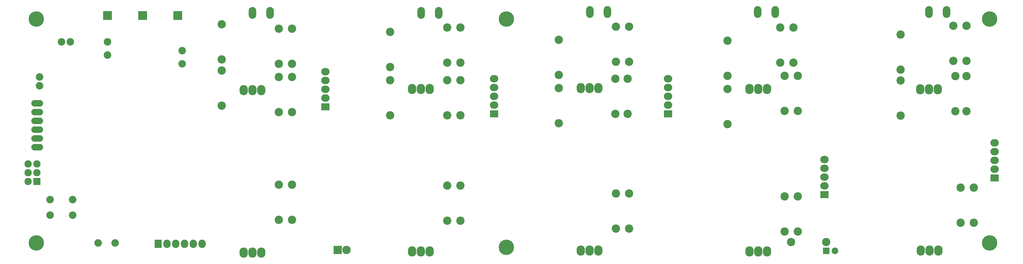
<source format=gbs>
G04 #@! TF.FileFunction,Soldermask,Bot*
%FSLAX46Y46*%
G04 Gerber Fmt 4.6, Leading zero omitted, Abs format (unit mm)*
G04 Created by KiCad (PCBNEW (2015-08-28 BZR 6132)-product) date Tuesday, October 27, 2015 'PMt' 02:37:42 PM*
%MOMM*%
G01*
G04 APERTURE LIST*
%ADD10C,0.100000*%
%ADD11C,2.178000*%
%ADD12R,2.127200X2.127200*%
%ADD13O,2.127200X2.127200*%
%ADD14O,3.414980X1.906220*%
%ADD15R,2.635200X2.635200*%
%ADD16R,2.432000X2.127200*%
%ADD17O,2.432000X2.127200*%
%ADD18R,2.127200X2.432000*%
%ADD19O,2.127200X2.432000*%
%ADD20R,2.432000X2.432000*%
%ADD21O,2.432000X2.432000*%
%ADD22C,2.398980*%
%ADD23C,4.464000*%
%ADD24O,2.432000X2.940000*%
%ADD25R,1.924000X1.924000*%
%ADD26C,1.924000*%
%ADD27O,2.178000X3.414980*%
G04 APERTURE END LIST*
D10*
D11*
X17399000Y-44704000D03*
X17399000Y-47244000D03*
X26289000Y-34544000D03*
X23749000Y-34544000D03*
D12*
X16637000Y-74930000D03*
D13*
X14097000Y-74930000D03*
X16637000Y-72390000D03*
X14097000Y-72390000D03*
X16637000Y-69850000D03*
X14097000Y-69850000D03*
D14*
X16764000Y-65024000D03*
X16764000Y-62484000D03*
X16764000Y-59944000D03*
X16764000Y-57404000D03*
X16764000Y-54864000D03*
X16764000Y-52324000D03*
D15*
X57404000Y-26924000D03*
D16*
X100076000Y-53340000D03*
D17*
X100076000Y-50800000D03*
X100076000Y-48260000D03*
X100076000Y-45720000D03*
X100076000Y-43180000D03*
D16*
X199136000Y-55372000D03*
D17*
X199136000Y-52832000D03*
X199136000Y-50292000D03*
X199136000Y-47752000D03*
X199136000Y-45212000D03*
D16*
X293497000Y-73914000D03*
D17*
X293497000Y-71374000D03*
X293497000Y-68834000D03*
X293497000Y-66294000D03*
X293497000Y-63754000D03*
D16*
X148844000Y-55372000D03*
D17*
X148844000Y-52832000D03*
X148844000Y-50292000D03*
X148844000Y-47752000D03*
X148844000Y-45212000D03*
D16*
X244348000Y-78740000D03*
D17*
X244348000Y-76200000D03*
X244348000Y-73660000D03*
X244348000Y-71120000D03*
X244348000Y-68580000D03*
D15*
X37084000Y-26924000D03*
X47244000Y-26924000D03*
D18*
X51689000Y-92964000D03*
D19*
X54229000Y-92964000D03*
X56769000Y-92964000D03*
X59309000Y-92964000D03*
X61849000Y-92964000D03*
X64389000Y-92964000D03*
D20*
X103632000Y-94742000D03*
D21*
X106172000Y-94742000D03*
D11*
X37084000Y-34544000D03*
X37084000Y-38354000D03*
X58674000Y-40894000D03*
X58674000Y-37084000D03*
D22*
X90424000Y-54864000D03*
X90424000Y-44704000D03*
X86614000Y-40894000D03*
X86614000Y-30734000D03*
X86614000Y-85979000D03*
X86614000Y-75819000D03*
X90424000Y-75819000D03*
X90424000Y-85979000D03*
X86614000Y-44704000D03*
X86614000Y-54864000D03*
X70104000Y-42799000D03*
X70104000Y-52959000D03*
X139065000Y-55753000D03*
X139065000Y-45593000D03*
X135255000Y-40513000D03*
X135255000Y-30353000D03*
X139065000Y-86233000D03*
X139065000Y-76073000D03*
X135255000Y-76073000D03*
X135255000Y-86233000D03*
X135255000Y-45593000D03*
X135255000Y-55753000D03*
X139065000Y-40513000D03*
X139065000Y-30353000D03*
X118745000Y-31623000D03*
X118745000Y-41783000D03*
X118745000Y-45593000D03*
X118745000Y-55753000D03*
X187452000Y-55372000D03*
X187452000Y-45212000D03*
X184023000Y-40259000D03*
X184023000Y-30099000D03*
X184023000Y-88519000D03*
X184023000Y-78359000D03*
X187833000Y-78359000D03*
X187833000Y-88519000D03*
X183896000Y-45212000D03*
X183896000Y-55372000D03*
X167513000Y-33909000D03*
X167513000Y-44069000D03*
X167513000Y-47879000D03*
X167513000Y-58039000D03*
X236601000Y-54483000D03*
X236601000Y-44323000D03*
X231521000Y-40513000D03*
X231521000Y-30353000D03*
X232791000Y-89408000D03*
X232791000Y-79248000D03*
X236601000Y-79248000D03*
X236601000Y-89408000D03*
X232791000Y-44323000D03*
X232791000Y-54483000D03*
X235331000Y-40513000D03*
X235331000Y-30353000D03*
X216281000Y-34163000D03*
X216281000Y-44323000D03*
X216281000Y-48133000D03*
X216281000Y-58293000D03*
X285369000Y-54610000D03*
X285369000Y-44450000D03*
X281559000Y-40005000D03*
X281559000Y-29845000D03*
X283718000Y-86868000D03*
X283718000Y-76708000D03*
X287528000Y-76708000D03*
X287528000Y-86868000D03*
X282194000Y-44450000D03*
X282194000Y-54610000D03*
X285369000Y-40005000D03*
X285369000Y-29845000D03*
X266319000Y-32385000D03*
X266319000Y-42545000D03*
X266319000Y-45720000D03*
X266319000Y-55880000D03*
X70104000Y-29464000D03*
X70104000Y-39624000D03*
X90424000Y-40894000D03*
X90424000Y-30734000D03*
D23*
X16510000Y-27940000D03*
X16510000Y-92710000D03*
X292100000Y-92710000D03*
X292100000Y-27940000D03*
X152400000Y-93980000D03*
X152400000Y-27940000D03*
D22*
X187833000Y-40259000D03*
X187833000Y-30099000D03*
D11*
X34389060Y-92710000D03*
X39270940Y-92710000D03*
X20499000Y-84673000D03*
X20499000Y-80173000D03*
X26999000Y-84673000D03*
X26999000Y-80173000D03*
D24*
X127635000Y-95123000D03*
X125095000Y-95123000D03*
X130175000Y-95123000D03*
X127635000Y-48133000D03*
X130175000Y-48133000D03*
X125095000Y-48133000D03*
X78994000Y-95504000D03*
X76454000Y-95504000D03*
X81534000Y-95504000D03*
X78994000Y-48514000D03*
X81534000Y-48514000D03*
X76454000Y-48514000D03*
X176403000Y-47879000D03*
X178943000Y-47879000D03*
X173863000Y-47879000D03*
X176403000Y-94869000D03*
X173863000Y-94869000D03*
X178943000Y-94869000D03*
X225171000Y-48133000D03*
X227711000Y-48133000D03*
X222631000Y-48133000D03*
X225171000Y-95123000D03*
X222631000Y-95123000D03*
X227711000Y-95123000D03*
X274574000Y-48260000D03*
X277114000Y-48260000D03*
X272034000Y-48260000D03*
X274701000Y-94869000D03*
X272161000Y-94869000D03*
X277241000Y-94869000D03*
D25*
X244856000Y-94996000D03*
D26*
X247356000Y-94996000D03*
D22*
X244856000Y-92456000D03*
X234696000Y-92456000D03*
D27*
X78994000Y-26162000D03*
X84074000Y-26162000D03*
X127762000Y-26162000D03*
X132842000Y-26162000D03*
X176530000Y-25908000D03*
X181610000Y-25908000D03*
X225044000Y-25908000D03*
X230124000Y-25908000D03*
X274574000Y-25908000D03*
X279654000Y-25908000D03*
M02*

</source>
